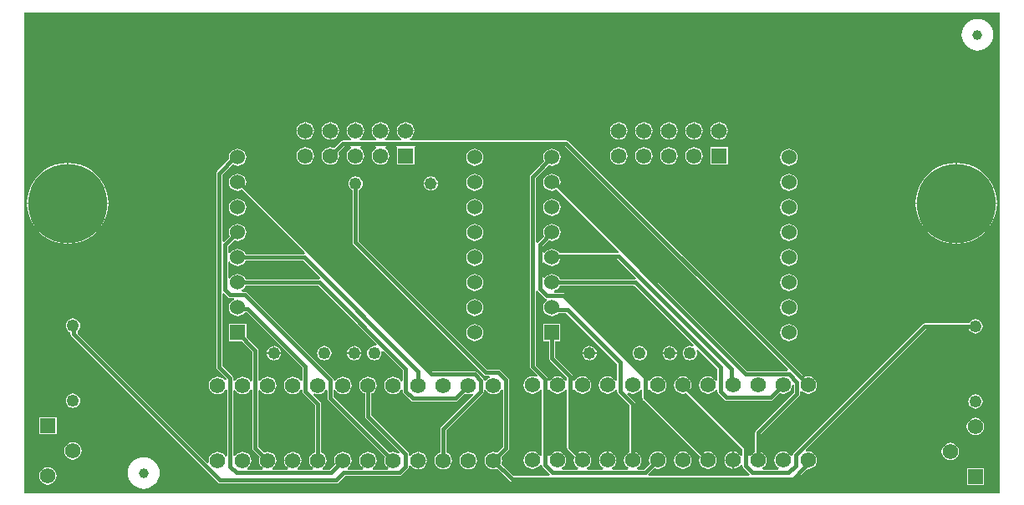
<source format=gbl>
G04*
G04 #@! TF.GenerationSoftware,Altium Limited,Altium Designer,20.0.13 (296)*
G04*
G04 Layer_Physical_Order=4*
G04 Layer_Color=16711680*
%FSLAX25Y25*%
%MOIN*%
G70*
G01*
G75*
%ADD10C,0.01000*%
%ADD21C,0.01500*%
%ADD22C,0.31496*%
%ADD23C,0.03937*%
%ADD24C,0.06000*%
%ADD25R,0.06000X0.06000*%
%ADD26C,0.04921*%
%ADD27C,0.06142*%
%ADD28R,0.06142X0.06142*%
%ADD29R,0.06142X0.06142*%
G36*
X391286Y2415D02*
X2415D01*
Y194436D01*
X391286D01*
Y2415D01*
D02*
G37*
%LPC*%
G36*
X382500Y191730D02*
X381264Y191608D01*
X380075Y191247D01*
X378980Y190662D01*
X378020Y189874D01*
X377232Y188914D01*
X376646Y187818D01*
X376286Y186630D01*
X376164Y185394D01*
X376286Y184158D01*
X376646Y182969D01*
X377232Y181874D01*
X378020Y180913D01*
X378980Y180125D01*
X380075Y179540D01*
X381264Y179179D01*
X382500Y179058D01*
X383736Y179179D01*
X384925Y179540D01*
X386020Y180125D01*
X386980Y180913D01*
X387768Y181874D01*
X388354Y182969D01*
X388714Y184158D01*
X388836Y185394D01*
X388714Y186630D01*
X388354Y187818D01*
X387768Y188914D01*
X386980Y189874D01*
X386020Y190662D01*
X384925Y191247D01*
X383736Y191608D01*
X382500Y191730D01*
D02*
G37*
G36*
X279668Y150522D02*
Y147247D01*
X282943D01*
X282850Y147953D01*
X282500Y148798D01*
X281944Y149523D01*
X281219Y150079D01*
X280375Y150429D01*
X279668Y150522D01*
D02*
G37*
G36*
X279269D02*
X278562Y150429D01*
X277718Y150079D01*
X276993Y149523D01*
X276437Y148798D01*
X276087Y147953D01*
X275994Y147247D01*
X279269D01*
Y150522D01*
D02*
G37*
G36*
X269669D02*
Y147247D01*
X272943D01*
X272850Y147953D01*
X272500Y148798D01*
X271944Y149523D01*
X271219Y150079D01*
X270375Y150429D01*
X269669Y150522D01*
D02*
G37*
G36*
X269268D02*
X268562Y150429D01*
X267718Y150079D01*
X266993Y149523D01*
X266437Y148798D01*
X266087Y147953D01*
X265994Y147247D01*
X269268D01*
Y150522D01*
D02*
G37*
G36*
X259668D02*
Y147247D01*
X262943D01*
X262850Y147953D01*
X262500Y148798D01*
X261944Y149523D01*
X261219Y150079D01*
X260375Y150429D01*
X259668Y150522D01*
D02*
G37*
G36*
X259268D02*
X258562Y150429D01*
X257718Y150079D01*
X256993Y149523D01*
X256437Y148798D01*
X256087Y147953D01*
X255994Y147247D01*
X259268D01*
Y150522D01*
D02*
G37*
G36*
X249669D02*
Y147247D01*
X252943D01*
X252850Y147953D01*
X252500Y148798D01*
X251944Y149523D01*
X251219Y150079D01*
X250375Y150429D01*
X249669Y150522D01*
D02*
G37*
G36*
X249269D02*
X248562Y150429D01*
X247718Y150079D01*
X246993Y149523D01*
X246437Y148798D01*
X246087Y147953D01*
X245994Y147247D01*
X249269D01*
Y150522D01*
D02*
G37*
G36*
X239668D02*
Y147247D01*
X242943D01*
X242850Y147953D01*
X242500Y148798D01*
X241944Y149523D01*
X241219Y150079D01*
X240375Y150429D01*
X239668Y150522D01*
D02*
G37*
G36*
X239268D02*
X238562Y150429D01*
X237718Y150079D01*
X236993Y149523D01*
X236437Y148798D01*
X236087Y147953D01*
X235994Y147247D01*
X239268D01*
Y150522D01*
D02*
G37*
G36*
X154668D02*
Y147247D01*
X157943D01*
X157850Y147953D01*
X157500Y148798D01*
X156944Y149523D01*
X156219Y150079D01*
X155375Y150429D01*
X154668Y150522D01*
D02*
G37*
G36*
X154269D02*
X153562Y150429D01*
X152718Y150079D01*
X151993Y149523D01*
X151437Y148798D01*
X151087Y147953D01*
X150994Y147247D01*
X154269D01*
Y150522D01*
D02*
G37*
G36*
X144668D02*
Y147247D01*
X147943D01*
X147850Y147953D01*
X147500Y148798D01*
X146944Y149523D01*
X146219Y150079D01*
X145375Y150429D01*
X144668Y150522D01*
D02*
G37*
G36*
X144269D02*
X143562Y150429D01*
X142718Y150079D01*
X141993Y149523D01*
X141437Y148798D01*
X141087Y147953D01*
X140994Y147247D01*
X144269D01*
Y150522D01*
D02*
G37*
G36*
X134669D02*
Y147247D01*
X137943D01*
X137850Y147953D01*
X137500Y148798D01*
X136944Y149523D01*
X136219Y150079D01*
X135375Y150429D01*
X134669Y150522D01*
D02*
G37*
G36*
X134268D02*
X133562Y150429D01*
X132718Y150079D01*
X131993Y149523D01*
X131437Y148798D01*
X131087Y147953D01*
X130994Y147247D01*
X134268D01*
Y150522D01*
D02*
G37*
G36*
X124669D02*
Y147247D01*
X127943D01*
X127850Y147953D01*
X127500Y148798D01*
X126944Y149523D01*
X126219Y150079D01*
X125375Y150429D01*
X124669Y150522D01*
D02*
G37*
G36*
X124268D02*
X123562Y150429D01*
X122718Y150079D01*
X121993Y149523D01*
X121437Y148798D01*
X121087Y147953D01*
X120994Y147247D01*
X124268D01*
Y150522D01*
D02*
G37*
G36*
X114669D02*
Y147247D01*
X117943D01*
X117850Y147953D01*
X117500Y148798D01*
X116944Y149523D01*
X116219Y150079D01*
X115375Y150429D01*
X114669Y150522D01*
D02*
G37*
G36*
X114269D02*
X113562Y150429D01*
X112718Y150079D01*
X111993Y149523D01*
X111437Y148798D01*
X111087Y147953D01*
X110994Y147247D01*
X114269D01*
Y150522D01*
D02*
G37*
G36*
X282943Y146847D02*
X279668D01*
Y143573D01*
X280375Y143666D01*
X281219Y144016D01*
X281944Y144572D01*
X282500Y145297D01*
X282850Y146141D01*
X282943Y146847D01*
D02*
G37*
G36*
X279269D02*
X275994D01*
X276087Y146141D01*
X276437Y145297D01*
X276993Y144572D01*
X277718Y144016D01*
X278562Y143666D01*
X279269Y143573D01*
Y146847D01*
D02*
G37*
G36*
X272943D02*
X269669D01*
Y143573D01*
X270375Y143666D01*
X271219Y144016D01*
X271944Y144572D01*
X272500Y145297D01*
X272850Y146141D01*
X272943Y146847D01*
D02*
G37*
G36*
X269268D02*
X265994D01*
X266087Y146141D01*
X266437Y145297D01*
X266993Y144572D01*
X267718Y144016D01*
X268562Y143666D01*
X269268Y143573D01*
Y146847D01*
D02*
G37*
G36*
X262943D02*
X259668D01*
Y143573D01*
X260375Y143666D01*
X261219Y144016D01*
X261944Y144572D01*
X262500Y145297D01*
X262850Y146141D01*
X262943Y146847D01*
D02*
G37*
G36*
X259268D02*
X255994D01*
X256087Y146141D01*
X256437Y145297D01*
X256993Y144572D01*
X257718Y144016D01*
X258562Y143666D01*
X259268Y143573D01*
Y146847D01*
D02*
G37*
G36*
X252943D02*
X249669D01*
Y143573D01*
X250375Y143666D01*
X251219Y144016D01*
X251944Y144572D01*
X252500Y145297D01*
X252850Y146141D01*
X252943Y146847D01*
D02*
G37*
G36*
X249269D02*
X245994D01*
X246087Y146141D01*
X246437Y145297D01*
X246993Y144572D01*
X247718Y144016D01*
X248562Y143666D01*
X249269Y143573D01*
Y146847D01*
D02*
G37*
G36*
X242943D02*
X239668D01*
Y143573D01*
X240375Y143666D01*
X241219Y144016D01*
X241944Y144572D01*
X242500Y145297D01*
X242850Y146141D01*
X242943Y146847D01*
D02*
G37*
G36*
X239268D02*
X235994D01*
X236087Y146141D01*
X236437Y145297D01*
X236993Y144572D01*
X237718Y144016D01*
X238562Y143666D01*
X239268Y143573D01*
Y146847D01*
D02*
G37*
G36*
X127943D02*
X124669D01*
Y143573D01*
X125375Y143666D01*
X126219Y144016D01*
X126944Y144572D01*
X127500Y145297D01*
X127850Y146141D01*
X127943Y146847D01*
D02*
G37*
G36*
X124268D02*
X120994D01*
X121087Y146141D01*
X121437Y145297D01*
X121993Y144572D01*
X122718Y144016D01*
X123562Y143666D01*
X124268Y143573D01*
Y146847D01*
D02*
G37*
G36*
X117943D02*
X114669D01*
Y143573D01*
X115375Y143666D01*
X116219Y144016D01*
X116944Y144572D01*
X117500Y145297D01*
X117850Y146141D01*
X117943Y146847D01*
D02*
G37*
G36*
X114269D02*
X110994D01*
X111087Y146141D01*
X111437Y145297D01*
X111993Y144572D01*
X112718Y144016D01*
X113562Y143666D01*
X114269Y143573D01*
Y146847D01*
D02*
G37*
G36*
X157943D02*
X150994D01*
X151087Y146141D01*
X151437Y145297D01*
X151993Y144572D01*
X152718Y144016D01*
X152852Y143960D01*
X152696Y143173D01*
X146241D01*
X146085Y143960D01*
X146219Y144016D01*
X146944Y144572D01*
X147500Y145297D01*
X147850Y146141D01*
X147943Y146847D01*
X140994D01*
X141087Y146141D01*
X141437Y145297D01*
X141993Y144572D01*
X142718Y144016D01*
X142852Y143960D01*
X142695Y143173D01*
X136241D01*
X136085Y143960D01*
X136219Y144016D01*
X136944Y144572D01*
X137500Y145297D01*
X137850Y146141D01*
X137943Y146847D01*
X130994D01*
X131087Y146141D01*
X131437Y145297D01*
X131993Y144572D01*
X132718Y144016D01*
X132852Y143960D01*
X132695Y143173D01*
X129421D01*
X128973Y143083D01*
X128592Y142829D01*
X125952Y140189D01*
X125375Y140429D01*
X124469Y140548D01*
X123562Y140429D01*
X122718Y140079D01*
X121993Y139523D01*
X121437Y138798D01*
X121087Y137953D01*
X120968Y137047D01*
X121087Y136141D01*
X121437Y135297D01*
X121993Y134572D01*
X122718Y134016D01*
X123562Y133666D01*
X124469Y133546D01*
X125375Y133666D01*
X126219Y134016D01*
X126944Y134572D01*
X127500Y135297D01*
X127850Y136141D01*
X127969Y137047D01*
X127850Y137953D01*
X127611Y138531D01*
X129907Y140828D01*
X132247D01*
X132671Y140124D01*
X132667Y140040D01*
X131993Y139523D01*
X131437Y138798D01*
X131087Y137953D01*
X130968Y137047D01*
X131087Y136141D01*
X131437Y135297D01*
X131993Y134572D01*
X132718Y134016D01*
X133562Y133666D01*
X134468Y133546D01*
X135375Y133666D01*
X136219Y134016D01*
X136944Y134572D01*
X137500Y135297D01*
X137850Y136141D01*
X137969Y137047D01*
X137850Y137953D01*
X137500Y138798D01*
X136944Y139523D01*
X136270Y140040D01*
X136266Y140124D01*
X136690Y140828D01*
X142247D01*
X142671Y140124D01*
X142667Y140040D01*
X141993Y139523D01*
X141437Y138798D01*
X141087Y137953D01*
X140968Y137047D01*
X141087Y136141D01*
X141437Y135297D01*
X141993Y134572D01*
X142718Y134016D01*
X143562Y133666D01*
X144468Y133546D01*
X145375Y133666D01*
X146219Y134016D01*
X146944Y134572D01*
X147500Y135297D01*
X147850Y136141D01*
X147969Y137047D01*
X147850Y137953D01*
X147500Y138798D01*
X146944Y139523D01*
X146270Y140040D01*
X146266Y140124D01*
X146690Y140828D01*
X150338D01*
X150998Y140518D01*
X150998Y140040D01*
Y133576D01*
X157939D01*
Y140040D01*
X157939Y140518D01*
X158599Y140828D01*
X218014D01*
X306959Y51883D01*
X306633Y51095D01*
X290588D01*
X216085Y125599D01*
X216198Y126457D01*
X216081Y127344D01*
X215738Y128171D01*
X215193Y128882D01*
X214483Y129427D01*
X213656Y129769D01*
X212769Y129886D01*
X211881Y129769D01*
X211054Y129427D01*
X210344Y128882D01*
X209799Y128171D01*
X209456Y127344D01*
X209339Y126457D01*
X209456Y125569D01*
X209799Y124742D01*
X210344Y124032D01*
X211054Y123487D01*
X211881Y123144D01*
X212769Y123027D01*
X213656Y123144D01*
X214483Y123487D01*
X214708Y123659D01*
X239429Y98938D01*
X239402Y98759D01*
X239081Y98172D01*
X215738D01*
X215193Y98882D01*
X214483Y99427D01*
X213656Y99769D01*
X212769Y99886D01*
X211881Y99769D01*
X211054Y99427D01*
X210344Y98882D01*
X209842Y98228D01*
X209756Y98226D01*
X209055Y98696D01*
Y101085D01*
X211339Y103369D01*
X211881Y103144D01*
X212769Y103027D01*
X213656Y103144D01*
X214483Y103487D01*
X215193Y104032D01*
X215738Y104742D01*
X216081Y105569D01*
X216198Y106457D01*
X216081Y107344D01*
X215738Y108171D01*
X215193Y108882D01*
X214483Y109427D01*
X213656Y109769D01*
X212769Y109886D01*
X211881Y109769D01*
X211054Y109427D01*
X210344Y108882D01*
X209799Y108171D01*
X209456Y107344D01*
X209339Y106457D01*
X209456Y105569D01*
X209681Y105027D01*
X207053Y102399D01*
X207000Y102321D01*
X206213Y102559D01*
Y128243D01*
X211339Y133369D01*
X211881Y133144D01*
X212769Y133027D01*
X213656Y133144D01*
X214483Y133487D01*
X215193Y134032D01*
X215738Y134742D01*
X216081Y135569D01*
X216198Y136457D01*
X216081Y137344D01*
X215738Y138171D01*
X215193Y138882D01*
X214483Y139427D01*
X213656Y139769D01*
X212769Y139886D01*
X211881Y139769D01*
X211054Y139427D01*
X210344Y138882D01*
X209799Y138171D01*
X209456Y137344D01*
X209339Y136457D01*
X209456Y135569D01*
X209681Y135027D01*
X204211Y129558D01*
X203957Y129177D01*
X203868Y128729D01*
Y52960D01*
X203957Y52511D01*
X204211Y52131D01*
X207169Y49173D01*
X206750Y48532D01*
X205906Y48882D01*
X205000Y49001D01*
X204094Y48882D01*
X203250Y48532D01*
X202524Y47976D01*
X201968Y47250D01*
X201619Y46406D01*
X201499Y45500D01*
X201619Y44594D01*
X201968Y43750D01*
X202524Y43025D01*
X203250Y42468D01*
X204094Y42118D01*
X205000Y41999D01*
X205906Y42118D01*
X206750Y42468D01*
X207475Y43025D01*
X208032Y43750D01*
X208040Y43770D01*
X208827Y43613D01*
Y17387D01*
X208040Y17230D01*
X208032Y17250D01*
X207475Y17976D01*
X206750Y18532D01*
X205906Y18881D01*
X205000Y19001D01*
X204094Y18881D01*
X203250Y18532D01*
X202524Y17976D01*
X201968Y17250D01*
X201619Y16406D01*
X201499Y15500D01*
X201619Y14594D01*
X201968Y13750D01*
X202524Y13025D01*
X203250Y12468D01*
X204094Y12118D01*
X205000Y11999D01*
X205906Y12118D01*
X206750Y12468D01*
X207475Y13025D01*
X208032Y13750D01*
X208040Y13770D01*
X208827Y13613D01*
Y13500D01*
X208917Y13051D01*
X209171Y12671D01*
X211882Y9960D01*
X211556Y9172D01*
X197348D01*
X192611Y13910D01*
X192850Y14488D01*
X192969Y15394D01*
X192850Y16300D01*
X192611Y16878D01*
X195329Y19596D01*
X195583Y19976D01*
X195673Y20425D01*
Y47500D01*
X195583Y47949D01*
X195329Y48329D01*
X192329Y51329D01*
X191949Y51583D01*
X191500Y51673D01*
X186986D01*
X135641Y103017D01*
Y123374D01*
X135911Y123486D01*
X136509Y123944D01*
X136967Y124542D01*
X137256Y125238D01*
X137354Y125984D01*
X137256Y126731D01*
X136967Y127427D01*
X136509Y128024D01*
X135911Y128483D01*
X135215Y128771D01*
X134468Y128870D01*
X133722Y128771D01*
X133026Y128483D01*
X132428Y128024D01*
X131970Y127427D01*
X131682Y126731D01*
X131583Y125984D01*
X131682Y125238D01*
X131970Y124542D01*
X132428Y123944D01*
X133026Y123486D01*
X133296Y123374D01*
Y102532D01*
X133385Y102083D01*
X133639Y101702D01*
X185671Y49671D01*
X186051Y49417D01*
X186500Y49327D01*
X187838D01*
X187995Y48540D01*
X187718Y48425D01*
X186993Y47869D01*
X186437Y47144D01*
X186395Y47043D01*
X185608Y47200D01*
Y47415D01*
X185518Y47864D01*
X185264Y48245D01*
X182761Y50748D01*
X182381Y51002D01*
X181932Y51091D01*
X165067D01*
X90725Y125433D01*
X90781Y125569D01*
X90898Y126457D01*
X90781Y127344D01*
X90438Y128171D01*
X89893Y128882D01*
X89183Y129427D01*
X88356Y129769D01*
X87468Y129886D01*
X86581Y129769D01*
X85754Y129427D01*
X85044Y128882D01*
X84499Y128171D01*
X84156Y127344D01*
X84039Y126457D01*
X84156Y125569D01*
X84499Y124742D01*
X85044Y124032D01*
X85754Y123487D01*
X86581Y123144D01*
X87468Y123027D01*
X88356Y123144D01*
X89183Y123487D01*
X89280Y123561D01*
X114501Y98341D01*
X114113Y97615D01*
X114043Y97629D01*
X90663D01*
X90438Y98171D01*
X89893Y98882D01*
X89183Y99427D01*
X88356Y99769D01*
X87468Y99886D01*
X86581Y99769D01*
X85754Y99427D01*
X85044Y98882D01*
X84499Y98171D01*
X84471Y98106D01*
X83684Y98263D01*
Y101014D01*
X86039Y103369D01*
X86581Y103144D01*
X87468Y103027D01*
X88356Y103144D01*
X89183Y103487D01*
X89893Y104032D01*
X90438Y104742D01*
X90781Y105569D01*
X90898Y106457D01*
X90781Y107344D01*
X90438Y108171D01*
X89893Y108882D01*
X89183Y109427D01*
X88356Y109769D01*
X87468Y109886D01*
X86581Y109769D01*
X85754Y109427D01*
X85044Y108882D01*
X84499Y108171D01*
X84156Y107344D01*
X84039Y106457D01*
X84156Y105569D01*
X84381Y105027D01*
X82007Y102654D01*
X81220Y102980D01*
Y129562D01*
X85409Y133751D01*
X85754Y133487D01*
X86581Y133144D01*
X87468Y133027D01*
X88356Y133144D01*
X89183Y133487D01*
X89893Y134032D01*
X90438Y134742D01*
X90781Y135569D01*
X90898Y136457D01*
X90781Y137344D01*
X90438Y138171D01*
X89893Y138882D01*
X89183Y139427D01*
X88356Y139769D01*
X87468Y139886D01*
X86581Y139769D01*
X85754Y139427D01*
X85044Y138882D01*
X84499Y138171D01*
X84156Y137344D01*
X84039Y136457D01*
X84127Y135786D01*
X79218Y130876D01*
X78964Y130496D01*
X78875Y130047D01*
Y52730D01*
X78964Y52281D01*
X79218Y51901D01*
X83147Y47972D01*
X83093Y47665D01*
X82257Y47461D01*
X81944Y47869D01*
X81219Y48425D01*
X80375Y48775D01*
X79469Y48895D01*
X78562Y48775D01*
X77718Y48425D01*
X76993Y47869D01*
X76437Y47144D01*
X76087Y46300D01*
X75968Y45394D01*
X76087Y44488D01*
X76437Y43643D01*
X76993Y42918D01*
X77718Y42362D01*
X78562Y42012D01*
X79469Y41893D01*
X80375Y42012D01*
X81219Y42362D01*
X81944Y42918D01*
X82500Y43643D01*
X82540Y43739D01*
X83328Y43583D01*
Y17205D01*
X82540Y17048D01*
X82500Y17144D01*
X81944Y17869D01*
X81219Y18426D01*
X80375Y18775D01*
X79469Y18894D01*
X78562Y18775D01*
X77718Y18426D01*
X76993Y17869D01*
X76437Y17144D01*
X76087Y16300D01*
X75968Y15394D01*
X76057Y14715D01*
X75351Y14307D01*
X23554Y66104D01*
X23545Y66121D01*
X23610Y67092D01*
X23792Y67231D01*
X24251Y67829D01*
X24539Y68525D01*
X24637Y69272D01*
X24539Y70018D01*
X24251Y70714D01*
X23792Y71312D01*
X23195Y71770D01*
X22499Y72059D01*
X21752Y72157D01*
X21005Y72059D01*
X20309Y71770D01*
X19712Y71312D01*
X19253Y70714D01*
X18965Y70018D01*
X18867Y69272D01*
X18965Y68525D01*
X19253Y67829D01*
X19712Y67231D01*
X20309Y66773D01*
X20828Y66558D01*
Y66000D01*
X20917Y65551D01*
X21171Y65171D01*
X79671Y6671D01*
X80051Y6417D01*
X80500Y6328D01*
X126750D01*
X127199Y6417D01*
X127579Y6671D01*
X130236Y9328D01*
X152000D01*
X152449Y9417D01*
X152829Y9671D01*
X155329Y12171D01*
X155583Y12551D01*
X155673Y13000D01*
Y13385D01*
X156381Y13620D01*
X156460Y13613D01*
X156993Y12918D01*
X157718Y12362D01*
X158562Y12012D01*
X159268Y11919D01*
Y15394D01*
Y18868D01*
X158562Y18775D01*
X157718Y18426D01*
X156993Y17869D01*
X156460Y17174D01*
X156381Y17167D01*
X155673Y17403D01*
Y18000D01*
X155583Y18449D01*
X155329Y18829D01*
X140641Y33517D01*
Y42123D01*
X141219Y42362D01*
X141944Y42918D01*
X142500Y43643D01*
X142850Y44488D01*
X142969Y45394D01*
X142850Y46300D01*
X142500Y47144D01*
X141944Y47869D01*
X141219Y48425D01*
X140375Y48775D01*
X139469Y48895D01*
X138562Y48775D01*
X137718Y48425D01*
X136993Y47869D01*
X136437Y47144D01*
X136087Y46300D01*
X135968Y45394D01*
X136087Y44488D01*
X136437Y43643D01*
X136993Y42918D01*
X137718Y42362D01*
X138296Y42123D01*
Y33031D01*
X138385Y32583D01*
X138639Y32202D01*
X152100Y18742D01*
X151579Y18149D01*
X151219Y18426D01*
X150375Y18775D01*
X149469Y18894D01*
X148562Y18775D01*
X147985Y18536D01*
X125614Y40906D01*
Y43571D01*
X126402Y43728D01*
X126437Y43643D01*
X126993Y42918D01*
X127718Y42362D01*
X128562Y42012D01*
X129469Y41893D01*
X130375Y42012D01*
X131219Y42362D01*
X131944Y42918D01*
X132500Y43643D01*
X132850Y44488D01*
X132969Y45394D01*
X132850Y46300D01*
X132500Y47144D01*
X131944Y47869D01*
X131219Y48425D01*
X130375Y48775D01*
X129469Y48895D01*
X128562Y48775D01*
X127718Y48425D01*
X126993Y47869D01*
X126437Y47144D01*
X126402Y47060D01*
X125614Y47216D01*
Y47572D01*
X125525Y48021D01*
X125271Y48401D01*
X91343Y82329D01*
X90963Y82583D01*
X90514Y82673D01*
X89275D01*
X89118Y83460D01*
X89183Y83487D01*
X89893Y84032D01*
X90438Y84742D01*
X90663Y85284D01*
X119558D01*
X143004Y61838D01*
X142728Y61114D01*
X142667Y61061D01*
X141969Y61153D01*
X141222Y61055D01*
X140526Y60767D01*
X139928Y60308D01*
X139470Y59710D01*
X139181Y59014D01*
X139083Y58268D01*
X139181Y57521D01*
X139470Y56825D01*
X139928Y56227D01*
X140526Y55769D01*
X141222Y55481D01*
X141969Y55382D01*
X142715Y55481D01*
X143411Y55769D01*
X144009Y56227D01*
X144467Y56825D01*
X144755Y57521D01*
X144854Y58268D01*
X144762Y58966D01*
X144815Y59028D01*
X145538Y59303D01*
X153328Y51514D01*
Y47205D01*
X152540Y47048D01*
X152500Y47144D01*
X151944Y47869D01*
X151219Y48425D01*
X150375Y48775D01*
X149469Y48895D01*
X148562Y48775D01*
X147718Y48425D01*
X146993Y47869D01*
X146437Y47144D01*
X146087Y46300D01*
X145968Y45394D01*
X146087Y44488D01*
X146437Y43643D01*
X146993Y42918D01*
X147718Y42362D01*
X148562Y42012D01*
X149469Y41893D01*
X150375Y42012D01*
X151219Y42362D01*
X151944Y42918D01*
X152500Y43643D01*
X152540Y43739D01*
X153328Y43583D01*
Y43000D01*
X153417Y42551D01*
X153671Y42171D01*
X156505Y39336D01*
X156886Y39082D01*
X157334Y38993D01*
X174240D01*
X174689Y39082D01*
X175069Y39336D01*
X177984Y42252D01*
X178562Y42012D01*
X179469Y41893D01*
X180375Y42012D01*
X180872Y42218D01*
X181318Y41551D01*
X168639Y28872D01*
X168385Y28492D01*
X168296Y28043D01*
Y18665D01*
X167718Y18426D01*
X166993Y17869D01*
X166437Y17144D01*
X166087Y16300D01*
X165968Y15394D01*
X166087Y14488D01*
X166437Y13643D01*
X166993Y12918D01*
X167718Y12362D01*
X168562Y12012D01*
X169468Y11893D01*
X170375Y12012D01*
X171219Y12362D01*
X171944Y12918D01*
X172500Y13643D01*
X172850Y14488D01*
X172969Y15394D01*
X172850Y16300D01*
X172500Y17144D01*
X171944Y17869D01*
X171219Y18426D01*
X170641Y18665D01*
Y27557D01*
X185264Y42180D01*
X185518Y42561D01*
X185608Y43009D01*
Y43587D01*
X186395Y43744D01*
X186437Y43643D01*
X186993Y42918D01*
X187718Y42362D01*
X188562Y42012D01*
X189469Y41893D01*
X190375Y42012D01*
X191219Y42362D01*
X191944Y42918D01*
X192500Y43643D01*
X192540Y43739D01*
X193327Y43583D01*
Y20911D01*
X190952Y18536D01*
X190375Y18775D01*
X189469Y18894D01*
X188562Y18775D01*
X187718Y18426D01*
X186993Y17869D01*
X186437Y17144D01*
X186087Y16300D01*
X185968Y15394D01*
X186087Y14488D01*
X186437Y13643D01*
X186993Y12918D01*
X187718Y12362D01*
X188562Y12012D01*
X189469Y11893D01*
X190375Y12012D01*
X190953Y12252D01*
X196033Y7171D01*
X196414Y6917D01*
X196862Y6827D01*
X308974D01*
X309423Y6917D01*
X309804Y7171D01*
X314304Y11671D01*
X314558Y12052D01*
X314559Y12057D01*
X315000Y11999D01*
X315906Y12118D01*
X316750Y12468D01*
X317476Y13025D01*
X318032Y13750D01*
X318382Y14594D01*
X318501Y15500D01*
X318382Y16406D01*
X318032Y17250D01*
X317476Y17976D01*
X316750Y18532D01*
X315906Y18881D01*
X315000Y19001D01*
X314162Y18891D01*
X314100Y18949D01*
X313925Y19767D01*
X361942Y67784D01*
X379056D01*
X379167Y67514D01*
X379626Y66917D01*
X380223Y66458D01*
X380919Y66170D01*
X381666Y66071D01*
X382413Y66170D01*
X383109Y66458D01*
X383706Y66917D01*
X384165Y67514D01*
X384453Y68210D01*
X384552Y68957D01*
X384453Y69703D01*
X384165Y70399D01*
X383706Y70997D01*
X383109Y71455D01*
X382413Y71744D01*
X381666Y71842D01*
X380919Y71744D01*
X380223Y71455D01*
X379626Y70997D01*
X379167Y70399D01*
X379056Y70129D01*
X361457D01*
X361008Y70040D01*
X360628Y69786D01*
X309171Y18329D01*
X308917Y17949D01*
X308827Y17500D01*
Y17387D01*
X308040Y17230D01*
X308032Y17250D01*
X307475Y17976D01*
X306750Y18532D01*
X305906Y18881D01*
X305000Y19001D01*
X304094Y18881D01*
X303250Y18532D01*
X302524Y17976D01*
X301968Y17250D01*
X301619Y16406D01*
X301499Y15500D01*
X301619Y14594D01*
X301968Y13750D01*
X302524Y13025D01*
X303250Y12468D01*
X303270Y12460D01*
X303113Y11672D01*
X296887D01*
X296730Y12460D01*
X296750Y12468D01*
X297476Y13025D01*
X298032Y13750D01*
X298381Y14594D01*
X298501Y15500D01*
X298381Y16406D01*
X298032Y17250D01*
X297476Y17976D01*
X296750Y18532D01*
X296172Y18771D01*
Y26014D01*
X311329Y41171D01*
X311583Y41551D01*
X311672Y42000D01*
Y42842D01*
X312460Y43109D01*
X312525Y43025D01*
X313250Y42468D01*
X314094Y42118D01*
X315000Y41999D01*
X315906Y42118D01*
X316750Y42468D01*
X317476Y43025D01*
X318032Y43750D01*
X318382Y44594D01*
X318501Y45500D01*
X318382Y46406D01*
X318032Y47250D01*
X317476Y47976D01*
X316750Y48532D01*
X315906Y48882D01*
X315000Y49001D01*
X314094Y48882D01*
X313516Y48642D01*
X219329Y142829D01*
X218949Y143083D01*
X218500Y143173D01*
X156242D01*
X156085Y143960D01*
X156219Y144016D01*
X156944Y144572D01*
X157500Y145297D01*
X157850Y146141D01*
X157943Y146847D01*
D02*
G37*
G36*
X282939Y140518D02*
X275998D01*
Y133576D01*
X282939D01*
Y140518D01*
D02*
G37*
G36*
X269468Y140548D02*
X268562Y140429D01*
X267718Y140079D01*
X266993Y139523D01*
X266437Y138798D01*
X266087Y137953D01*
X265968Y137047D01*
X266087Y136141D01*
X266437Y135297D01*
X266993Y134572D01*
X267718Y134016D01*
X268562Y133666D01*
X269468Y133546D01*
X270375Y133666D01*
X271219Y134016D01*
X271944Y134572D01*
X272500Y135297D01*
X272850Y136141D01*
X272969Y137047D01*
X272850Y137953D01*
X272500Y138798D01*
X271944Y139523D01*
X271219Y140079D01*
X270375Y140429D01*
X269468Y140548D01*
D02*
G37*
G36*
X259469D02*
X258562Y140429D01*
X257718Y140079D01*
X256993Y139523D01*
X256437Y138798D01*
X256087Y137953D01*
X255968Y137047D01*
X256087Y136141D01*
X256437Y135297D01*
X256993Y134572D01*
X257718Y134016D01*
X258562Y133666D01*
X259469Y133546D01*
X260375Y133666D01*
X261219Y134016D01*
X261944Y134572D01*
X262500Y135297D01*
X262850Y136141D01*
X262969Y137047D01*
X262850Y137953D01*
X262500Y138798D01*
X261944Y139523D01*
X261219Y140079D01*
X260375Y140429D01*
X259469Y140548D01*
D02*
G37*
G36*
X249468D02*
X248562Y140429D01*
X247718Y140079D01*
X246993Y139523D01*
X246437Y138798D01*
X246087Y137953D01*
X245968Y137047D01*
X246087Y136141D01*
X246437Y135297D01*
X246993Y134572D01*
X247718Y134016D01*
X248562Y133666D01*
X249468Y133546D01*
X250375Y133666D01*
X251219Y134016D01*
X251944Y134572D01*
X252500Y135297D01*
X252850Y136141D01*
X252969Y137047D01*
X252850Y137953D01*
X252500Y138798D01*
X251944Y139523D01*
X251219Y140079D01*
X250375Y140429D01*
X249468Y140548D01*
D02*
G37*
G36*
X239469D02*
X238562Y140429D01*
X237718Y140079D01*
X236993Y139523D01*
X236437Y138798D01*
X236087Y137953D01*
X235968Y137047D01*
X236087Y136141D01*
X236437Y135297D01*
X236993Y134572D01*
X237718Y134016D01*
X238562Y133666D01*
X239469Y133546D01*
X240375Y133666D01*
X241219Y134016D01*
X241944Y134572D01*
X242500Y135297D01*
X242850Y136141D01*
X242969Y137047D01*
X242850Y137953D01*
X242500Y138798D01*
X241944Y139523D01*
X241219Y140079D01*
X240375Y140429D01*
X239469Y140548D01*
D02*
G37*
G36*
X114469D02*
X113562Y140429D01*
X112718Y140079D01*
X111993Y139523D01*
X111437Y138798D01*
X111087Y137953D01*
X110968Y137047D01*
X111087Y136141D01*
X111437Y135297D01*
X111993Y134572D01*
X112718Y134016D01*
X113562Y133666D01*
X114469Y133546D01*
X115375Y133666D01*
X116219Y134016D01*
X116944Y134572D01*
X117500Y135297D01*
X117850Y136141D01*
X117969Y137047D01*
X117850Y137953D01*
X117500Y138798D01*
X116944Y139523D01*
X116219Y140079D01*
X115375Y140429D01*
X114469Y140548D01*
D02*
G37*
G36*
X307269Y139886D02*
X306381Y139769D01*
X305554Y139427D01*
X304844Y138882D01*
X304299Y138171D01*
X303956Y137344D01*
X303839Y136457D01*
X303956Y135569D01*
X304299Y134742D01*
X304844Y134032D01*
X305554Y133487D01*
X306381Y133144D01*
X307269Y133027D01*
X308156Y133144D01*
X308983Y133487D01*
X309693Y134032D01*
X310238Y134742D01*
X310581Y135569D01*
X310698Y136457D01*
X310581Y137344D01*
X310238Y138171D01*
X309693Y138882D01*
X308983Y139427D01*
X308156Y139769D01*
X307269Y139886D01*
D02*
G37*
G36*
X181968D02*
X181081Y139769D01*
X180254Y139427D01*
X179544Y138882D01*
X178999Y138171D01*
X178656Y137344D01*
X178539Y136457D01*
X178656Y135569D01*
X178999Y134742D01*
X179544Y134032D01*
X180254Y133487D01*
X181081Y133144D01*
X181968Y133027D01*
X182856Y133144D01*
X183683Y133487D01*
X184393Y134032D01*
X184938Y134742D01*
X185281Y135569D01*
X185398Y136457D01*
X185281Y137344D01*
X184938Y138171D01*
X184393Y138882D01*
X183683Y139427D01*
X182856Y139769D01*
X181968Y139886D01*
D02*
G37*
G36*
X164669Y128843D02*
Y126184D01*
X167327D01*
X167255Y126731D01*
X166967Y127427D01*
X166509Y128024D01*
X165911Y128483D01*
X165215Y128771D01*
X164669Y128843D01*
D02*
G37*
G36*
X164269D02*
X163722Y128771D01*
X163026Y128483D01*
X162428Y128024D01*
X161970Y127427D01*
X161681Y126731D01*
X161609Y126184D01*
X164269D01*
Y128843D01*
D02*
G37*
G36*
X167327Y125784D02*
X164669D01*
Y123125D01*
X165215Y123197D01*
X165911Y123486D01*
X166509Y123944D01*
X166967Y124542D01*
X167255Y125238D01*
X167327Y125784D01*
D02*
G37*
G36*
X164269D02*
X161609D01*
X161681Y125238D01*
X161970Y124542D01*
X162428Y123944D01*
X163026Y123486D01*
X163722Y123197D01*
X164269Y123125D01*
Y125784D01*
D02*
G37*
G36*
X307269Y129886D02*
X306381Y129769D01*
X305554Y129427D01*
X304844Y128882D01*
X304299Y128171D01*
X303956Y127344D01*
X303839Y126457D01*
X303956Y125569D01*
X304299Y124742D01*
X304844Y124032D01*
X305554Y123487D01*
X306381Y123144D01*
X307269Y123027D01*
X308156Y123144D01*
X308983Y123487D01*
X309693Y124032D01*
X310238Y124742D01*
X310581Y125569D01*
X310698Y126457D01*
X310581Y127344D01*
X310238Y128171D01*
X309693Y128882D01*
X308983Y129427D01*
X308156Y129769D01*
X307269Y129886D01*
D02*
G37*
G36*
X181968D02*
X181081Y129769D01*
X180254Y129427D01*
X179544Y128882D01*
X178999Y128171D01*
X178656Y127344D01*
X178539Y126457D01*
X178656Y125569D01*
X178999Y124742D01*
X179544Y124032D01*
X180254Y123487D01*
X181081Y123144D01*
X181968Y123027D01*
X182856Y123144D01*
X183683Y123487D01*
X184393Y124032D01*
X184938Y124742D01*
X185281Y125569D01*
X185398Y126457D01*
X185281Y127344D01*
X184938Y128171D01*
X184393Y128882D01*
X183683Y129427D01*
X182856Y129769D01*
X181968Y129886D01*
D02*
G37*
G36*
X374216Y134292D02*
Y118310D01*
X390198D01*
X390014Y120644D01*
X389421Y123116D01*
X388448Y125464D01*
X387120Y127631D01*
X385469Y129564D01*
X383537Y131215D01*
X381369Y132543D01*
X379021Y133515D01*
X376550Y134109D01*
X374216Y134292D01*
D02*
G37*
G36*
X373816D02*
X371482Y134109D01*
X369010Y133515D01*
X366662Y132543D01*
X364495Y131215D01*
X362562Y129564D01*
X360911Y127631D01*
X359583Y125464D01*
X358611Y123116D01*
X358017Y120644D01*
X357834Y118310D01*
X373816D01*
Y134292D01*
D02*
G37*
G36*
X19885D02*
Y118310D01*
X35867D01*
X35684Y120644D01*
X35090Y123116D01*
X34117Y125464D01*
X32789Y127631D01*
X31139Y129564D01*
X29206Y131215D01*
X27039Y132543D01*
X24690Y133515D01*
X22219Y134109D01*
X19885Y134292D01*
D02*
G37*
G36*
X19485D02*
X17151Y134109D01*
X14680Y133515D01*
X12331Y132543D01*
X10164Y131215D01*
X8231Y129564D01*
X6581Y127631D01*
X5253Y125464D01*
X4280Y123116D01*
X3686Y120644D01*
X3503Y118310D01*
X19485D01*
Y134292D01*
D02*
G37*
G36*
X307269Y119886D02*
X306381Y119769D01*
X305554Y119427D01*
X304844Y118882D01*
X304299Y118171D01*
X303956Y117344D01*
X303839Y116457D01*
X303956Y115569D01*
X304299Y114742D01*
X304844Y114032D01*
X305554Y113487D01*
X306381Y113144D01*
X307269Y113027D01*
X308156Y113144D01*
X308983Y113487D01*
X309693Y114032D01*
X310238Y114742D01*
X310581Y115569D01*
X310698Y116457D01*
X310581Y117344D01*
X310238Y118171D01*
X309693Y118882D01*
X308983Y119427D01*
X308156Y119769D01*
X307269Y119886D01*
D02*
G37*
G36*
X212769D02*
X211881Y119769D01*
X211054Y119427D01*
X210344Y118882D01*
X209799Y118171D01*
X209456Y117344D01*
X209339Y116457D01*
X209456Y115569D01*
X209799Y114742D01*
X210344Y114032D01*
X211054Y113487D01*
X211881Y113144D01*
X212769Y113027D01*
X213656Y113144D01*
X214483Y113487D01*
X215193Y114032D01*
X215738Y114742D01*
X216081Y115569D01*
X216198Y116457D01*
X216081Y117344D01*
X215738Y118171D01*
X215193Y118882D01*
X214483Y119427D01*
X213656Y119769D01*
X212769Y119886D01*
D02*
G37*
G36*
X181968D02*
X181081Y119769D01*
X180254Y119427D01*
X179544Y118882D01*
X178999Y118171D01*
X178656Y117344D01*
X178539Y116457D01*
X178656Y115569D01*
X178999Y114742D01*
X179544Y114032D01*
X180254Y113487D01*
X181081Y113144D01*
X181968Y113027D01*
X182856Y113144D01*
X183683Y113487D01*
X184393Y114032D01*
X184938Y114742D01*
X185281Y115569D01*
X185398Y116457D01*
X185281Y117344D01*
X184938Y118171D01*
X184393Y118882D01*
X183683Y119427D01*
X182856Y119769D01*
X181968Y119886D01*
D02*
G37*
G36*
X87468D02*
X86581Y119769D01*
X85754Y119427D01*
X85044Y118882D01*
X84499Y118171D01*
X84156Y117344D01*
X84039Y116457D01*
X84156Y115569D01*
X84499Y114742D01*
X85044Y114032D01*
X85754Y113487D01*
X86581Y113144D01*
X87468Y113027D01*
X88356Y113144D01*
X89183Y113487D01*
X89893Y114032D01*
X90438Y114742D01*
X90781Y115569D01*
X90898Y116457D01*
X90781Y117344D01*
X90438Y118171D01*
X89893Y118882D01*
X89183Y119427D01*
X88356Y119769D01*
X87468Y119886D01*
D02*
G37*
G36*
X307269Y109886D02*
X306381Y109769D01*
X305554Y109427D01*
X304844Y108882D01*
X304299Y108171D01*
X303956Y107344D01*
X303839Y106457D01*
X303956Y105569D01*
X304299Y104742D01*
X304844Y104032D01*
X305554Y103487D01*
X306381Y103144D01*
X307269Y103027D01*
X308156Y103144D01*
X308983Y103487D01*
X309693Y104032D01*
X310238Y104742D01*
X310581Y105569D01*
X310698Y106457D01*
X310581Y107344D01*
X310238Y108171D01*
X309693Y108882D01*
X308983Y109427D01*
X308156Y109769D01*
X307269Y109886D01*
D02*
G37*
G36*
X181968D02*
X181081Y109769D01*
X180254Y109427D01*
X179544Y108882D01*
X178999Y108171D01*
X178656Y107344D01*
X178539Y106457D01*
X178656Y105569D01*
X178999Y104742D01*
X179544Y104032D01*
X180254Y103487D01*
X181081Y103144D01*
X181968Y103027D01*
X182856Y103144D01*
X183683Y103487D01*
X184393Y104032D01*
X184938Y104742D01*
X185281Y105569D01*
X185398Y106457D01*
X185281Y107344D01*
X184938Y108171D01*
X184393Y108882D01*
X183683Y109427D01*
X182856Y109769D01*
X181968Y109886D01*
D02*
G37*
G36*
X390198Y117910D02*
X374216D01*
Y101928D01*
X376550Y102112D01*
X379021Y102705D01*
X381369Y103678D01*
X383537Y105006D01*
X385469Y106657D01*
X387120Y108589D01*
X388448Y110757D01*
X389421Y113105D01*
X390014Y115576D01*
X390198Y117910D01*
D02*
G37*
G36*
X373816D02*
X357834D01*
X358017Y115576D01*
X358611Y113105D01*
X359583Y110757D01*
X360911Y108589D01*
X362562Y106657D01*
X364495Y105006D01*
X366662Y103678D01*
X369010Y102705D01*
X371482Y102112D01*
X373816Y101928D01*
Y117910D01*
D02*
G37*
G36*
X35867D02*
X19885D01*
Y101928D01*
X22219Y102112D01*
X24690Y102705D01*
X27039Y103678D01*
X29206Y105006D01*
X31139Y106657D01*
X32789Y108589D01*
X34117Y110757D01*
X35090Y113105D01*
X35684Y115576D01*
X35867Y117910D01*
D02*
G37*
G36*
X19485D02*
X3503D01*
X3686Y115576D01*
X4280Y113105D01*
X5253Y110757D01*
X6581Y108589D01*
X8231Y106657D01*
X10164Y105006D01*
X12331Y103678D01*
X14680Y102705D01*
X17151Y102112D01*
X19485Y101928D01*
Y117910D01*
D02*
G37*
G36*
X307269Y99886D02*
X306381Y99769D01*
X305554Y99427D01*
X304844Y98882D01*
X304299Y98171D01*
X303956Y97344D01*
X303839Y96457D01*
X303956Y95569D01*
X304299Y94742D01*
X304844Y94032D01*
X305554Y93487D01*
X306381Y93144D01*
X307269Y93027D01*
X308156Y93144D01*
X308983Y93487D01*
X309693Y94032D01*
X310238Y94742D01*
X310581Y95569D01*
X310698Y96457D01*
X310581Y97344D01*
X310238Y98171D01*
X309693Y98882D01*
X308983Y99427D01*
X308156Y99769D01*
X307269Y99886D01*
D02*
G37*
G36*
X181968D02*
X181081Y99769D01*
X180254Y99427D01*
X179544Y98882D01*
X178999Y98171D01*
X178656Y97344D01*
X178539Y96457D01*
X178656Y95569D01*
X178999Y94742D01*
X179544Y94032D01*
X180254Y93487D01*
X181081Y93144D01*
X181968Y93027D01*
X182856Y93144D01*
X183683Y93487D01*
X184393Y94032D01*
X184938Y94742D01*
X185281Y95569D01*
X185398Y96457D01*
X185281Y97344D01*
X184938Y98171D01*
X184393Y98882D01*
X183683Y99427D01*
X182856Y99769D01*
X181968Y99886D01*
D02*
G37*
G36*
X307269Y89886D02*
X306381Y89769D01*
X305554Y89427D01*
X304844Y88882D01*
X304299Y88171D01*
X303956Y87344D01*
X303839Y86457D01*
X303956Y85569D01*
X304299Y84742D01*
X304844Y84032D01*
X305554Y83487D01*
X306381Y83144D01*
X307269Y83027D01*
X308156Y83144D01*
X308983Y83487D01*
X309693Y84032D01*
X310238Y84742D01*
X310581Y85569D01*
X310698Y86457D01*
X310581Y87344D01*
X310238Y88171D01*
X309693Y88882D01*
X308983Y89427D01*
X308156Y89769D01*
X307269Y89886D01*
D02*
G37*
G36*
X181968D02*
X181081Y89769D01*
X180254Y89427D01*
X179544Y88882D01*
X178999Y88171D01*
X178656Y87344D01*
X178539Y86457D01*
X178656Y85569D01*
X178999Y84742D01*
X179544Y84032D01*
X180254Y83487D01*
X181081Y83144D01*
X181968Y83027D01*
X182856Y83144D01*
X183683Y83487D01*
X184393Y84032D01*
X184938Y84742D01*
X185281Y85569D01*
X185398Y86457D01*
X185281Y87344D01*
X184938Y88171D01*
X184393Y88882D01*
X183683Y89427D01*
X182856Y89769D01*
X181968Y89886D01*
D02*
G37*
G36*
X307269Y79886D02*
X306381Y79769D01*
X305554Y79427D01*
X304844Y78882D01*
X304299Y78171D01*
X303956Y77344D01*
X303839Y76457D01*
X303956Y75569D01*
X304299Y74742D01*
X304844Y74032D01*
X305554Y73487D01*
X306381Y73144D01*
X307269Y73027D01*
X308156Y73144D01*
X308983Y73487D01*
X309693Y74032D01*
X310238Y74742D01*
X310581Y75569D01*
X310698Y76457D01*
X310581Y77344D01*
X310238Y78171D01*
X309693Y78882D01*
X308983Y79427D01*
X308156Y79769D01*
X307269Y79886D01*
D02*
G37*
G36*
X181968D02*
X181081Y79769D01*
X180254Y79427D01*
X179544Y78882D01*
X178999Y78171D01*
X178656Y77344D01*
X178539Y76457D01*
X178656Y75569D01*
X178999Y74742D01*
X179544Y74032D01*
X180254Y73487D01*
X181081Y73144D01*
X181968Y73027D01*
X182856Y73144D01*
X183683Y73487D01*
X184393Y74032D01*
X184938Y74742D01*
X185281Y75569D01*
X185398Y76457D01*
X185281Y77344D01*
X184938Y78171D01*
X184393Y78882D01*
X183683Y79427D01*
X182856Y79769D01*
X181968Y79886D01*
D02*
G37*
G36*
X307269Y69886D02*
X306381Y69769D01*
X305554Y69427D01*
X304844Y68882D01*
X304299Y68171D01*
X303956Y67344D01*
X303839Y66457D01*
X303956Y65569D01*
X304299Y64742D01*
X304844Y64032D01*
X305554Y63487D01*
X306381Y63144D01*
X307269Y63027D01*
X308156Y63144D01*
X308983Y63487D01*
X309693Y64032D01*
X310238Y64742D01*
X310581Y65569D01*
X310698Y66457D01*
X310581Y67344D01*
X310238Y68171D01*
X309693Y68882D01*
X308983Y69427D01*
X308156Y69769D01*
X307269Y69886D01*
D02*
G37*
G36*
X181968D02*
X181081Y69769D01*
X180254Y69427D01*
X179544Y68882D01*
X178999Y68171D01*
X178656Y67344D01*
X178539Y66457D01*
X178656Y65569D01*
X178999Y64742D01*
X179544Y64032D01*
X180254Y63487D01*
X181081Y63144D01*
X181968Y63027D01*
X182856Y63144D01*
X183683Y63487D01*
X184393Y64032D01*
X184938Y64742D01*
X185281Y65569D01*
X185398Y66457D01*
X185281Y67344D01*
X184938Y68171D01*
X184393Y68882D01*
X183683Y69427D01*
X182856Y69769D01*
X181968Y69886D01*
D02*
G37*
G36*
X134169Y61127D02*
Y58468D01*
X136828D01*
X136756Y59014D01*
X136467Y59710D01*
X136009Y60308D01*
X135411Y60767D01*
X134715Y61055D01*
X134169Y61127D01*
D02*
G37*
G36*
X133768D02*
X133222Y61055D01*
X132526Y60767D01*
X131928Y60308D01*
X131470Y59710D01*
X131182Y59014D01*
X131109Y58468D01*
X133768D01*
Y61127D01*
D02*
G37*
G36*
X136828Y58068D02*
X134169D01*
Y55409D01*
X134715Y55481D01*
X135411Y55769D01*
X136009Y56227D01*
X136467Y56825D01*
X136756Y57521D01*
X136828Y58068D01*
D02*
G37*
G36*
X133768D02*
X131109D01*
X131182Y57521D01*
X131470Y56825D01*
X131928Y56227D01*
X132526Y55769D01*
X133222Y55481D01*
X133768Y55409D01*
Y58068D01*
D02*
G37*
G36*
X122004Y61120D02*
X121257Y61021D01*
X120561Y60733D01*
X119964Y60275D01*
X119505Y59677D01*
X119217Y58981D01*
X119118Y58234D01*
X119217Y57488D01*
X119505Y56792D01*
X119964Y56194D01*
X120561Y55736D01*
X121257Y55447D01*
X122004Y55349D01*
X122750Y55447D01*
X123446Y55736D01*
X124044Y56194D01*
X124502Y56792D01*
X124791Y57488D01*
X124889Y58234D01*
X124791Y58981D01*
X124502Y59677D01*
X124044Y60275D01*
X123446Y60733D01*
X122750Y61021D01*
X122004Y61120D01*
D02*
G37*
G36*
X21752Y42157D02*
X21005Y42059D01*
X20309Y41770D01*
X19712Y41312D01*
X19253Y40714D01*
X18965Y40018D01*
X18867Y39272D01*
X18965Y38525D01*
X19253Y37829D01*
X19712Y37231D01*
X20309Y36773D01*
X21005Y36485D01*
X21752Y36386D01*
X22499Y36485D01*
X23195Y36773D01*
X23792Y37231D01*
X24251Y37829D01*
X24539Y38525D01*
X24637Y39272D01*
X24539Y40018D01*
X24251Y40714D01*
X23792Y41312D01*
X23195Y41770D01*
X22499Y42059D01*
X21752Y42157D01*
D02*
G37*
G36*
X381666Y41842D02*
X380919Y41744D01*
X380223Y41455D01*
X379626Y40997D01*
X379167Y40399D01*
X378879Y39703D01*
X378781Y38957D01*
X378879Y38210D01*
X379167Y37514D01*
X379626Y36917D01*
X380223Y36458D01*
X380919Y36170D01*
X381666Y36071D01*
X382413Y36170D01*
X383109Y36458D01*
X383706Y36917D01*
X384165Y37514D01*
X384453Y38210D01*
X384552Y38957D01*
X384453Y39703D01*
X384165Y40399D01*
X383706Y40997D01*
X383109Y41455D01*
X382413Y41744D01*
X381666Y41842D01*
D02*
G37*
G36*
X15223Y32743D02*
X8281D01*
Y25801D01*
X15223D01*
Y32743D01*
D02*
G37*
G36*
X381666Y32458D02*
X380760Y32338D01*
X379916Y31988D01*
X379191Y31432D01*
X378634Y30707D01*
X378285Y29863D01*
X378165Y28957D01*
X378285Y28051D01*
X378634Y27206D01*
X379191Y26481D01*
X379916Y25925D01*
X380760Y25575D01*
X381666Y25456D01*
X382572Y25575D01*
X383417Y25925D01*
X384142Y26481D01*
X384698Y27206D01*
X385048Y28051D01*
X385167Y28957D01*
X385048Y29863D01*
X384698Y30707D01*
X384142Y31432D01*
X383417Y31988D01*
X382572Y32338D01*
X381666Y32458D01*
D02*
G37*
G36*
X21752Y22772D02*
X20846Y22653D01*
X20002Y22303D01*
X19276Y21747D01*
X18720Y21022D01*
X18370Y20178D01*
X18251Y19272D01*
X18370Y18366D01*
X18720Y17521D01*
X19276Y16796D01*
X20002Y16240D01*
X20846Y15890D01*
X21752Y15771D01*
X22658Y15890D01*
X23502Y16240D01*
X24227Y16796D01*
X24784Y17521D01*
X25133Y18366D01*
X25253Y19272D01*
X25133Y20178D01*
X24784Y21022D01*
X24227Y21747D01*
X23502Y22303D01*
X22658Y22653D01*
X21752Y22772D01*
D02*
G37*
G36*
X159669Y18868D02*
Y15594D01*
X162943D01*
X162850Y16300D01*
X162500Y17144D01*
X161944Y17869D01*
X161219Y18426D01*
X160375Y18775D01*
X159669Y18868D01*
D02*
G37*
G36*
X371666Y22457D02*
X370760Y22338D01*
X369916Y21989D01*
X369191Y21432D01*
X368634Y20707D01*
X368285Y19863D01*
X368165Y18957D01*
X368285Y18051D01*
X368634Y17206D01*
X369191Y16481D01*
X369916Y15925D01*
X370760Y15575D01*
X371666Y15456D01*
X372572Y15575D01*
X373417Y15925D01*
X374142Y16481D01*
X374698Y17206D01*
X375048Y18051D01*
X375167Y18957D01*
X375048Y19863D01*
X374698Y20707D01*
X374142Y21432D01*
X373417Y21989D01*
X372572Y22338D01*
X371666Y22457D01*
D02*
G37*
G36*
X162943Y15194D02*
X159669D01*
Y11919D01*
X160375Y12012D01*
X161219Y12362D01*
X161944Y12918D01*
X162500Y13643D01*
X162850Y14488D01*
X162943Y15194D01*
D02*
G37*
G36*
X179469Y18894D02*
X178562Y18775D01*
X177718Y18426D01*
X176993Y17869D01*
X176437Y17144D01*
X176087Y16300D01*
X175968Y15394D01*
X176087Y14488D01*
X176437Y13643D01*
X176993Y12918D01*
X177718Y12362D01*
X178562Y12012D01*
X179469Y11893D01*
X180375Y12012D01*
X181219Y12362D01*
X181944Y12918D01*
X182500Y13643D01*
X182850Y14488D01*
X182969Y15394D01*
X182850Y16300D01*
X182500Y17144D01*
X181944Y17869D01*
X181219Y18426D01*
X180375Y18775D01*
X179469Y18894D01*
D02*
G37*
G36*
X11752Y12773D02*
X10846Y12653D01*
X10002Y12303D01*
X9277Y11747D01*
X8720Y11022D01*
X8370Y10178D01*
X8251Y9272D01*
X8370Y8366D01*
X8720Y7521D01*
X9277Y6796D01*
X10002Y6240D01*
X10846Y5890D01*
X11752Y5771D01*
X12658Y5890D01*
X13502Y6240D01*
X14227Y6796D01*
X14784Y7521D01*
X15134Y8366D01*
X15253Y9272D01*
X15134Y10178D01*
X14784Y11022D01*
X14227Y11747D01*
X13502Y12303D01*
X12658Y12653D01*
X11752Y12773D01*
D02*
G37*
G36*
X385137Y12427D02*
X378195D01*
Y5486D01*
X385137D01*
Y12427D01*
D02*
G37*
G36*
X50000Y16730D02*
X48764Y16608D01*
X47575Y16247D01*
X46480Y15662D01*
X45520Y14874D01*
X44732Y13914D01*
X44146Y12818D01*
X43786Y11630D01*
X43664Y10394D01*
X43786Y9158D01*
X44146Y7969D01*
X44732Y6874D01*
X45520Y5914D01*
X46480Y5125D01*
X47575Y4540D01*
X48764Y4179D01*
X50000Y4058D01*
X51236Y4179D01*
X52425Y4540D01*
X53520Y5125D01*
X54480Y5914D01*
X55268Y6874D01*
X55854Y7969D01*
X56214Y9158D01*
X56336Y10394D01*
X56214Y11630D01*
X55854Y12818D01*
X55268Y13914D01*
X54480Y14874D01*
X53520Y15662D01*
X52425Y16247D01*
X51236Y16608D01*
X50000Y16730D01*
D02*
G37*
%LPD*%
G36*
X246222Y88431D02*
X246093Y87990D01*
X245867Y87673D01*
X215945D01*
X215738Y88171D01*
X215193Y88882D01*
X214483Y89427D01*
X213656Y89769D01*
X212769Y89886D01*
X211881Y89769D01*
X211054Y89427D01*
X210344Y88882D01*
X209842Y88228D01*
X209756Y88226D01*
X209055Y88696D01*
Y94217D01*
X209756Y94688D01*
X209842Y94685D01*
X210344Y94032D01*
X211054Y93487D01*
X211881Y93144D01*
X212769Y93027D01*
X213656Y93144D01*
X214483Y93487D01*
X215193Y94032D01*
X215738Y94742D01*
X216081Y95569D01*
X216115Y95828D01*
X238826D01*
X246222Y88431D01*
D02*
G37*
G36*
X120501Y88341D02*
X120113Y87615D01*
X120043Y87629D01*
X90663D01*
X90438Y88171D01*
X89893Y88882D01*
X89183Y89427D01*
X88356Y89769D01*
X87468Y89886D01*
X86581Y89769D01*
X85754Y89427D01*
X85044Y88882D01*
X84499Y88171D01*
X84471Y88106D01*
X83684Y88263D01*
Y94651D01*
X84471Y94807D01*
X84499Y94742D01*
X85044Y94032D01*
X85754Y93487D01*
X86581Y93144D01*
X87468Y93027D01*
X88356Y93144D01*
X89183Y93487D01*
X89893Y94032D01*
X90438Y94742D01*
X90663Y95284D01*
X113558D01*
X120501Y88341D01*
D02*
G37*
G36*
X269232Y61610D02*
X268785Y60943D01*
X268515Y61055D01*
X267769Y61153D01*
X267022Y61055D01*
X266326Y60767D01*
X265728Y60308D01*
X265270Y59710D01*
X264982Y59014D01*
X264883Y58268D01*
X264982Y57521D01*
X265270Y56825D01*
X265728Y56227D01*
X266326Y55769D01*
X267022Y55481D01*
X267769Y55382D01*
X268515Y55481D01*
X269211Y55769D01*
X269809Y56227D01*
X270267Y56825D01*
X270555Y57521D01*
X270654Y58268D01*
X270555Y59014D01*
X270444Y59285D01*
X271111Y59731D01*
X278828Y52014D01*
Y47387D01*
X278040Y47230D01*
X278032Y47250D01*
X277476Y47976D01*
X276750Y48532D01*
X275906Y48882D01*
X275000Y49001D01*
X274094Y48882D01*
X273250Y48532D01*
X272524Y47976D01*
X271968Y47250D01*
X271619Y46406D01*
X271499Y45500D01*
X271619Y44594D01*
X271968Y43750D01*
X272524Y43025D01*
X273250Y42468D01*
X274094Y42118D01*
X275000Y41999D01*
X275906Y42118D01*
X276750Y42468D01*
X277476Y43025D01*
X278032Y43750D01*
X278040Y43770D01*
X278828Y43613D01*
Y43000D01*
X278917Y42551D01*
X279171Y42171D01*
X281650Y39692D01*
X282030Y39438D01*
X282479Y39348D01*
X300021D01*
X300470Y39438D01*
X300850Y39692D01*
X303516Y42358D01*
X304094Y42118D01*
X305000Y41999D01*
X305906Y42118D01*
X306750Y42468D01*
X307475Y43025D01*
X308032Y43750D01*
X308382Y44594D01*
X308469Y45256D01*
X309029Y45626D01*
X309271Y45684D01*
X309328Y45649D01*
Y42486D01*
X294171Y27329D01*
X293917Y26949D01*
X293828Y26500D01*
Y18771D01*
X293250Y18532D01*
X292525Y17976D01*
X291968Y17250D01*
X291960Y17230D01*
X291173Y17387D01*
Y20500D01*
X291083Y20949D01*
X290829Y21329D01*
X268142Y44016D01*
X268382Y44594D01*
X268501Y45500D01*
X268382Y46406D01*
X268032Y47250D01*
X267476Y47976D01*
X266750Y48532D01*
X265906Y48882D01*
X265000Y49001D01*
X264094Y48882D01*
X263250Y48532D01*
X262525Y47976D01*
X261968Y47250D01*
X261618Y46406D01*
X261499Y45500D01*
X261618Y44594D01*
X261968Y43750D01*
X262525Y43025D01*
X263250Y42468D01*
X264094Y42118D01*
X265000Y41999D01*
X265906Y42118D01*
X266484Y42358D01*
X288827Y20014D01*
Y17387D01*
X288040Y17230D01*
X288032Y17250D01*
X287475Y17976D01*
X286750Y18532D01*
X285906Y18881D01*
X285200Y18974D01*
Y15500D01*
Y12026D01*
X285906Y12118D01*
X286750Y12468D01*
X287475Y13025D01*
X288032Y13750D01*
X288040Y13770D01*
X288827Y13613D01*
Y13174D01*
X288917Y12725D01*
X289171Y12344D01*
X291556Y9960D01*
X291229Y9172D01*
X251444D01*
X251118Y9960D01*
X253516Y12358D01*
X254094Y12118D01*
X255000Y11999D01*
X255906Y12118D01*
X256750Y12468D01*
X257475Y13025D01*
X258032Y13750D01*
X258382Y14594D01*
X258501Y15500D01*
X258382Y16406D01*
X258032Y17250D01*
X257475Y17976D01*
X256750Y18532D01*
X255906Y18881D01*
X255000Y19001D01*
X254094Y18881D01*
X253250Y18532D01*
X252524Y17976D01*
X251968Y17250D01*
X251619Y16406D01*
X251499Y15500D01*
X251619Y14594D01*
X251858Y14016D01*
X249514Y11672D01*
X246887D01*
X246730Y12460D01*
X246750Y12468D01*
X247476Y13025D01*
X248032Y13750D01*
X248381Y14594D01*
X248501Y15500D01*
X248381Y16406D01*
X248032Y17250D01*
X247476Y17976D01*
X246750Y18532D01*
X246172Y18771D01*
Y38000D01*
X246083Y38449D01*
X245829Y38829D01*
X242831Y41827D01*
X243250Y42468D01*
X244094Y42118D01*
X245000Y41999D01*
X245906Y42118D01*
X246750Y42468D01*
X247476Y43025D01*
X248032Y43750D01*
X248040Y43770D01*
X248828Y43613D01*
Y40500D01*
X248917Y40051D01*
X249171Y39671D01*
X271858Y16984D01*
X271619Y16406D01*
X271499Y15500D01*
X271619Y14594D01*
X271968Y13750D01*
X272524Y13025D01*
X273250Y12468D01*
X274094Y12118D01*
X275000Y11999D01*
X275906Y12118D01*
X276750Y12468D01*
X277476Y13025D01*
X278032Y13750D01*
X278381Y14594D01*
X278501Y15500D01*
X278381Y16406D01*
X278032Y17250D01*
X277476Y17976D01*
X276750Y18532D01*
X275906Y18881D01*
X275000Y19001D01*
X274094Y18881D01*
X273516Y18642D01*
X251172Y40986D01*
Y43613D01*
X251960Y43770D01*
X251968Y43750D01*
X252524Y43025D01*
X253250Y42468D01*
X254094Y42118D01*
X255000Y41999D01*
X255906Y42118D01*
X256750Y42468D01*
X257475Y43025D01*
X258032Y43750D01*
X258382Y44594D01*
X258501Y45500D01*
X258382Y46406D01*
X258032Y47250D01*
X257475Y47976D01*
X256750Y48532D01*
X255906Y48882D01*
X255000Y49001D01*
X254094Y48882D01*
X253250Y48532D01*
X252524Y47976D01*
X251968Y47250D01*
X251960Y47230D01*
X251172Y47387D01*
Y48500D01*
X251083Y48949D01*
X250829Y49329D01*
X218140Y82018D01*
X217759Y82273D01*
X217311Y82362D01*
X213746D01*
X213656Y83144D01*
X214483Y83487D01*
X215193Y84032D01*
X215738Y84742D01*
X215981Y85328D01*
X245514D01*
X269232Y61610D01*
D02*
G37*
G36*
X207053Y83167D02*
X209860Y80360D01*
X210241Y80106D01*
X210562Y80042D01*
X210734Y79691D01*
X210797Y79229D01*
X210344Y78882D01*
X209799Y78171D01*
X209456Y77344D01*
X209339Y76457D01*
X209456Y75569D01*
X209799Y74742D01*
X210344Y74032D01*
X211054Y73487D01*
X211881Y73144D01*
X212769Y73027D01*
X213656Y73144D01*
X214483Y73487D01*
X215193Y74032D01*
X215494Y74423D01*
X218419D01*
X238827Y54014D01*
Y47387D01*
X238040Y47230D01*
X238032Y47250D01*
X237475Y47976D01*
X236750Y48532D01*
X235906Y48882D01*
X235000Y49001D01*
X234094Y48882D01*
X233250Y48532D01*
X232524Y47976D01*
X231968Y47250D01*
X231618Y46406D01*
X231499Y45500D01*
X231618Y44594D01*
X231968Y43750D01*
X232524Y43025D01*
X233250Y42468D01*
X234094Y42118D01*
X235000Y41999D01*
X235906Y42118D01*
X236750Y42468D01*
X237475Y43025D01*
X238032Y43750D01*
X238040Y43770D01*
X238827Y43613D01*
Y43000D01*
X238917Y42551D01*
X239171Y42171D01*
X243828Y37514D01*
Y18771D01*
X243250Y18532D01*
X242525Y17976D01*
X241968Y17250D01*
X241618Y16406D01*
X241499Y15500D01*
X241618Y14594D01*
X241968Y13750D01*
X242525Y13025D01*
X243250Y12468D01*
X243270Y12460D01*
X243113Y11672D01*
X236887D01*
X236730Y12460D01*
X236750Y12468D01*
X237475Y13025D01*
X238032Y13750D01*
X238382Y14594D01*
X238474Y15300D01*
X235000D01*
X231525D01*
X231618Y14594D01*
X231968Y13750D01*
X232524Y13025D01*
X233250Y12468D01*
X233270Y12460D01*
X233113Y11672D01*
X226887D01*
X226730Y12460D01*
X226750Y12468D01*
X227476Y13025D01*
X228032Y13750D01*
X228381Y14594D01*
X228501Y15500D01*
X228381Y16406D01*
X228032Y17250D01*
X227476Y17976D01*
X226750Y18532D01*
X225906Y18881D01*
X225000Y19001D01*
X224094Y18881D01*
X223516Y18642D01*
X221172Y20986D01*
Y43613D01*
X221960Y43770D01*
X221968Y43750D01*
X222524Y43025D01*
X223250Y42468D01*
X224094Y42118D01*
X225000Y41999D01*
X225906Y42118D01*
X226750Y42468D01*
X227476Y43025D01*
X228032Y43750D01*
X228381Y44594D01*
X228501Y45500D01*
X228381Y46406D01*
X228032Y47250D01*
X227476Y47976D01*
X226750Y48532D01*
X225906Y48882D01*
X225000Y49001D01*
X224094Y48882D01*
X223250Y48532D01*
X222524Y47976D01*
X221968Y47250D01*
X221960Y47230D01*
X221172Y47387D01*
Y49000D01*
X221083Y49449D01*
X220829Y49829D01*
X213941Y56717D01*
Y63057D01*
X216168D01*
Y69857D01*
X209368D01*
Y63057D01*
X211596D01*
Y56231D01*
X211685Y55783D01*
X211939Y55402D01*
X218828Y48514D01*
Y47387D01*
X218040Y47230D01*
X218032Y47250D01*
X217476Y47976D01*
X216750Y48532D01*
X215906Y48882D01*
X215000Y49001D01*
X214094Y48882D01*
X213250Y48532D01*
X212525Y47976D01*
X211968Y47250D01*
X211960Y47230D01*
X211173Y47387D01*
Y48000D01*
X211083Y48449D01*
X210829Y48829D01*
X206213Y53445D01*
Y83007D01*
X207000Y83246D01*
X207053Y83167D01*
D02*
G37*
G36*
X83671Y80671D02*
X84051Y80417D01*
X84500Y80327D01*
X85871D01*
X86028Y79540D01*
X85754Y79427D01*
X85044Y78882D01*
X84499Y78171D01*
X84156Y77344D01*
X84039Y76457D01*
X84156Y75569D01*
X84499Y74742D01*
X85044Y74032D01*
X85754Y73487D01*
X86581Y73144D01*
X87468Y73027D01*
X88356Y73144D01*
X89183Y73487D01*
X89893Y74032D01*
X90324Y74593D01*
X91059Y74659D01*
X91201Y74641D01*
X113295Y52547D01*
Y47284D01*
X112507Y47127D01*
X112500Y47144D01*
X111944Y47869D01*
X111219Y48425D01*
X110375Y48775D01*
X109468Y48895D01*
X108562Y48775D01*
X107718Y48425D01*
X106993Y47869D01*
X106437Y47144D01*
X106087Y46300D01*
X105968Y45394D01*
X106087Y44488D01*
X106437Y43643D01*
X106993Y42918D01*
X107718Y42362D01*
X108562Y42012D01*
X109468Y41893D01*
X110375Y42012D01*
X111219Y42362D01*
X111944Y42918D01*
X112500Y43643D01*
X112507Y43660D01*
X113295Y43504D01*
Y43033D01*
X113384Y42584D01*
X113638Y42204D01*
X118296Y37546D01*
Y18665D01*
X117718Y18426D01*
X116993Y17869D01*
X116437Y17144D01*
X116087Y16300D01*
X115968Y15394D01*
X116087Y14488D01*
X116437Y13643D01*
X116993Y12918D01*
X117590Y12460D01*
X117520Y11961D01*
X117379Y11672D01*
X111558D01*
X111416Y11961D01*
X111347Y12460D01*
X111944Y12918D01*
X112500Y13643D01*
X112850Y14488D01*
X112943Y15194D01*
X109468D01*
Y15394D01*
D01*
Y15194D01*
X105994D01*
X106087Y14488D01*
X106437Y13643D01*
X106993Y12918D01*
X107590Y12460D01*
X107520Y11961D01*
X107379Y11672D01*
X101558D01*
X101417Y11961D01*
X101347Y12460D01*
X101944Y12918D01*
X102500Y13643D01*
X102850Y14488D01*
X102969Y15394D01*
X102850Y16300D01*
X102500Y17144D01*
X101944Y17869D01*
X101219Y18426D01*
X100375Y18775D01*
X99468Y18894D01*
X98562Y18775D01*
X97984Y18536D01*
X95673Y20848D01*
Y43385D01*
X96381Y43620D01*
X96460Y43613D01*
X96993Y42918D01*
X97718Y42362D01*
X98562Y42012D01*
X99468Y41893D01*
X100375Y42012D01*
X101219Y42362D01*
X101944Y42918D01*
X102500Y43643D01*
X102850Y44488D01*
X102969Y45394D01*
X102850Y46300D01*
X102500Y47144D01*
X101944Y47869D01*
X101219Y48425D01*
X100375Y48775D01*
X99468Y48895D01*
X98562Y48775D01*
X97718Y48425D01*
X96993Y47869D01*
X96460Y47174D01*
X96381Y47167D01*
X95673Y47403D01*
Y59425D01*
X95583Y59874D01*
X95329Y60254D01*
X90869Y64715D01*
Y69857D01*
X84069D01*
Y63057D01*
X89210D01*
X93327Y58939D01*
Y47205D01*
X92540Y47048D01*
X92500Y47144D01*
X91944Y47869D01*
X91219Y48425D01*
X90375Y48775D01*
X89468Y48895D01*
X88562Y48775D01*
X87718Y48425D01*
X86993Y47869D01*
X86460Y47174D01*
X86381Y47167D01*
X85672Y47403D01*
Y48277D01*
X85583Y48726D01*
X85329Y49106D01*
X81220Y53215D01*
Y82008D01*
X82007Y82335D01*
X83671Y80671D01*
D02*
G37*
G36*
X123269Y43442D02*
Y40420D01*
X123359Y39972D01*
X123613Y39591D01*
X146326Y16878D01*
X146087Y16300D01*
X145968Y15394D01*
X146087Y14488D01*
X146437Y13643D01*
X146993Y12918D01*
X147590Y12460D01*
X147520Y11961D01*
X147379Y11672D01*
X141558D01*
X141417Y11961D01*
X141347Y12460D01*
X141944Y12918D01*
X142500Y13643D01*
X142850Y14488D01*
X142969Y15394D01*
X142850Y16300D01*
X142500Y17144D01*
X141944Y17869D01*
X141219Y18426D01*
X140375Y18775D01*
X139469Y18894D01*
X138562Y18775D01*
X137718Y18426D01*
X136993Y17869D01*
X136437Y17144D01*
X136087Y16300D01*
X135968Y15394D01*
X136087Y14488D01*
X136437Y13643D01*
X136993Y12918D01*
X137590Y12460D01*
X137521Y11961D01*
X137379Y11672D01*
X131558D01*
X131416Y11961D01*
X131347Y12460D01*
X131944Y12918D01*
X132500Y13643D01*
X132850Y14488D01*
X132969Y15394D01*
X132850Y16300D01*
X132500Y17144D01*
X131944Y17869D01*
X131219Y18426D01*
X130375Y18775D01*
X129469Y18894D01*
X128562Y18775D01*
X127718Y18426D01*
X126993Y17869D01*
X126437Y17144D01*
X126087Y16300D01*
X125968Y15394D01*
X126087Y14488D01*
X126326Y13910D01*
X124089Y11672D01*
X121558D01*
X121416Y11961D01*
X121347Y12460D01*
X121944Y12918D01*
X122500Y13643D01*
X122850Y14488D01*
X122969Y15394D01*
X122850Y16300D01*
X122500Y17144D01*
X121944Y17869D01*
X121219Y18426D01*
X120641Y18665D01*
Y38032D01*
X120552Y38480D01*
X120298Y38861D01*
X117599Y41559D01*
X118045Y42226D01*
X118562Y42012D01*
X119468Y41893D01*
X120375Y42012D01*
X121219Y42362D01*
X121944Y42918D01*
X122482Y43619D01*
X122560Y43628D01*
X123269Y43442D01*
D02*
G37*
G36*
X93327Y43583D02*
Y20362D01*
X93417Y19914D01*
X93671Y19533D01*
X96326Y16878D01*
X96087Y16300D01*
X95968Y15394D01*
X96087Y14488D01*
X96437Y13643D01*
X96993Y12918D01*
X97590Y12460D01*
X97521Y11961D01*
X97379Y11672D01*
X91558D01*
X91417Y11961D01*
X91347Y12460D01*
X91944Y12918D01*
X92500Y13643D01*
X92850Y14488D01*
X92969Y15394D01*
X92850Y16300D01*
X92500Y17144D01*
X91944Y17869D01*
X91219Y18426D01*
X90375Y18775D01*
X89468Y18894D01*
X88562Y18775D01*
X87718Y18426D01*
X86993Y17869D01*
X86460Y17174D01*
X86381Y17167D01*
X85672Y17403D01*
Y43385D01*
X86381Y43620D01*
X86460Y43613D01*
X86993Y42918D01*
X87718Y42362D01*
X88562Y42012D01*
X89468Y41893D01*
X90375Y42012D01*
X91219Y42362D01*
X91944Y42918D01*
X92500Y43643D01*
X92540Y43739D01*
X93327Y43583D01*
D02*
G37*
G36*
X211968Y43750D02*
X212525Y43025D01*
X213250Y42468D01*
X214094Y42118D01*
X215000Y41999D01*
X215906Y42118D01*
X216750Y42468D01*
X217476Y43025D01*
X218032Y43750D01*
X218040Y43770D01*
X218828Y43613D01*
Y20500D01*
X218917Y20051D01*
X219171Y19671D01*
X221858Y16984D01*
X221619Y16406D01*
X221499Y15500D01*
X221619Y14594D01*
X221968Y13750D01*
X222524Y13025D01*
X223250Y12468D01*
X223270Y12460D01*
X223113Y11672D01*
X216887D01*
X216730Y12460D01*
X216750Y12468D01*
X217476Y13025D01*
X218032Y13750D01*
X218382Y14594D01*
X218501Y15500D01*
X218382Y16406D01*
X218032Y17250D01*
X217476Y17976D01*
X216750Y18532D01*
X215906Y18881D01*
X215000Y19001D01*
X214094Y18881D01*
X213250Y18532D01*
X212525Y17976D01*
X211968Y17250D01*
X211960Y17230D01*
X211173Y17387D01*
Y43613D01*
X211960Y43770D01*
X211968Y43750D01*
D02*
G37*
%LPC*%
G36*
X259968Y61127D02*
Y58468D01*
X262628D01*
X262556Y59014D01*
X262267Y59710D01*
X261809Y60308D01*
X261211Y60767D01*
X260515Y61055D01*
X259968Y61127D01*
D02*
G37*
G36*
X259569D02*
X259022Y61055D01*
X258326Y60767D01*
X257728Y60308D01*
X257270Y59710D01*
X256981Y59014D01*
X256909Y58468D01*
X259569D01*
Y61127D01*
D02*
G37*
G36*
X262628Y58068D02*
X259968D01*
Y55409D01*
X260515Y55481D01*
X261211Y55769D01*
X261809Y56227D01*
X262267Y56825D01*
X262556Y57521D01*
X262628Y58068D01*
D02*
G37*
G36*
X259569D02*
X256909D01*
X256981Y57521D01*
X257270Y56825D01*
X257728Y56227D01*
X258326Y55769D01*
X259022Y55481D01*
X259569Y55409D01*
Y58068D01*
D02*
G37*
G36*
X247804Y61120D02*
X247057Y61021D01*
X246361Y60733D01*
X245763Y60275D01*
X245305Y59677D01*
X245017Y58981D01*
X244918Y58234D01*
X245017Y57488D01*
X245305Y56792D01*
X245763Y56194D01*
X246361Y55736D01*
X247057Y55447D01*
X247804Y55349D01*
X248551Y55447D01*
X249246Y55736D01*
X249844Y56194D01*
X250302Y56792D01*
X250591Y57488D01*
X250689Y58234D01*
X250591Y58981D01*
X250302Y59677D01*
X249844Y60275D01*
X249246Y60733D01*
X248551Y61021D01*
X247804Y61120D01*
D02*
G37*
G36*
X284800Y18974D02*
X284094Y18881D01*
X283250Y18532D01*
X282524Y17976D01*
X281968Y17250D01*
X281618Y16406D01*
X281525Y15700D01*
X284800D01*
Y18974D01*
D02*
G37*
G36*
Y15300D02*
X281525D01*
X281618Y14594D01*
X281968Y13750D01*
X282524Y13025D01*
X283250Y12468D01*
X284094Y12118D01*
X284800Y12026D01*
Y15300D01*
D02*
G37*
G36*
X265000Y19001D02*
X264094Y18881D01*
X263250Y18532D01*
X262525Y17976D01*
X261968Y17250D01*
X261618Y16406D01*
X261499Y15500D01*
X261618Y14594D01*
X261968Y13750D01*
X262525Y13025D01*
X263250Y12468D01*
X264094Y12118D01*
X265000Y11999D01*
X265906Y12118D01*
X266750Y12468D01*
X267476Y13025D01*
X268032Y13750D01*
X268382Y14594D01*
X268501Y15500D01*
X268382Y16406D01*
X268032Y17250D01*
X267476Y17976D01*
X266750Y18532D01*
X265906Y18881D01*
X265000Y19001D01*
D02*
G37*
G36*
X227969Y61127D02*
Y58468D01*
X230627D01*
X230556Y59014D01*
X230267Y59710D01*
X229809Y60308D01*
X229211Y60767D01*
X228515Y61055D01*
X227969Y61127D01*
D02*
G37*
G36*
X227569Y61127D02*
X227022Y61055D01*
X226326Y60767D01*
X225728Y60308D01*
X225270Y59710D01*
X224981Y59014D01*
X224909Y58468D01*
X227569D01*
Y61127D01*
D02*
G37*
G36*
Y58068D02*
X224909D01*
X224981Y57521D01*
X225270Y56825D01*
X225728Y56227D01*
X226326Y55769D01*
X227022Y55481D01*
X227569Y55409D01*
Y58068D01*
D02*
G37*
G36*
X230627D02*
X227969D01*
Y55409D01*
X228515Y55481D01*
X229211Y55769D01*
X229809Y56227D01*
X230267Y56825D01*
X230556Y57521D01*
X230627Y58068D01*
D02*
G37*
G36*
X235200Y18974D02*
Y15700D01*
X238474D01*
X238382Y16406D01*
X238032Y17250D01*
X237475Y17976D01*
X236750Y18532D01*
X235906Y18881D01*
X235200Y18974D01*
D02*
G37*
G36*
X234800D02*
X234094Y18881D01*
X233250Y18532D01*
X232524Y17976D01*
X231968Y17250D01*
X231618Y16406D01*
X231525Y15700D01*
X234800D01*
Y18974D01*
D02*
G37*
G36*
X102169Y61127D02*
Y58468D01*
X104827D01*
X104755Y59014D01*
X104467Y59710D01*
X104009Y60308D01*
X103411Y60767D01*
X102715Y61055D01*
X102169Y61127D01*
D02*
G37*
G36*
X101769D02*
X101222Y61055D01*
X100526Y60767D01*
X99928Y60308D01*
X99470Y59710D01*
X99181Y59014D01*
X99110Y58468D01*
X101769D01*
Y61127D01*
D02*
G37*
G36*
X104827Y58068D02*
X102169D01*
Y55409D01*
X102715Y55481D01*
X103411Y55769D01*
X104009Y56227D01*
X104467Y56825D01*
X104755Y57521D01*
X104827Y58068D01*
D02*
G37*
G36*
X101769D02*
X99110D01*
X99181Y57521D01*
X99470Y56825D01*
X99928Y56227D01*
X100526Y55769D01*
X101222Y55481D01*
X101769Y55409D01*
Y58068D01*
D02*
G37*
G36*
X109669Y18868D02*
Y15594D01*
X112943D01*
X112850Y16300D01*
X112500Y17144D01*
X111944Y17869D01*
X111219Y18426D01*
X110375Y18775D01*
X109669Y18868D01*
D02*
G37*
G36*
X109268D02*
X108562Y18775D01*
X107718Y18426D01*
X106993Y17869D01*
X106437Y17144D01*
X106087Y16300D01*
X105994Y15594D01*
X109268D01*
Y18868D01*
D02*
G37*
%LPD*%
D10*
X268519Y136098D02*
X269468Y137047D01*
D21*
X124469D02*
X129421Y142000D01*
X134468Y102532D02*
X186500Y50500D01*
X134468Y102532D02*
Y126027D01*
X290000Y13174D02*
Y20500D01*
X292674Y10500D02*
X307168D01*
X290000Y13174D02*
X292674Y10500D01*
X307168D02*
X310000Y13332D01*
Y17500D01*
X196862Y8000D02*
X308974D01*
X315000Y14244D02*
Y15500D01*
X313475Y12719D02*
X315000Y14244D01*
X313475Y12500D02*
Y12719D01*
X308974Y8000D02*
X313475Y12500D01*
X361457Y68957D02*
X381666D01*
X310000Y17500D02*
X361457Y68957D01*
X295000Y26500D02*
X310500Y42000D01*
X295000Y15500D02*
Y26500D01*
X265000Y45500D02*
X290000Y20500D01*
X218500Y142000D02*
X315000Y45500D01*
X129421Y142000D02*
X218500D01*
X290103Y49923D02*
X307355D01*
X310500Y46777D01*
Y42000D02*
Y46777D01*
X213569Y126457D02*
X290103Y49923D01*
X191500Y50500D02*
X194500Y47500D01*
X186500Y50500D02*
X191500D01*
X194500Y20425D02*
Y47500D01*
X189469Y15394D02*
X194500Y20425D01*
X164582Y49918D02*
X181932D01*
X184435Y47415D01*
Y43009D02*
Y47415D01*
X189469Y15394D02*
X196862Y8000D01*
X87468Y66457D02*
X94500Y59425D01*
Y20362D02*
X99468Y15394D01*
X94500Y20362D02*
Y59425D01*
X210000Y13500D02*
Y48000D01*
X205040Y52960D02*
Y128729D01*
Y52960D02*
X210000Y48000D01*
X80047Y52730D02*
X84500Y48277D01*
Y13000D02*
Y48277D01*
X80047Y52730D02*
Y130047D01*
X84500Y13000D02*
X87000Y10500D01*
X22000Y66000D02*
X80500Y7500D01*
X126750D01*
X240000Y43000D02*
Y54500D01*
X245000Y15500D02*
Y38000D01*
X240000Y43000D02*
X245000Y38000D01*
X213630Y75596D02*
X218904D01*
X240000Y54500D01*
X250000Y40500D02*
Y48500D01*
X210689Y81189D02*
X217311D01*
X250000Y48500D01*
Y40500D02*
X275000Y15500D01*
X220000Y20500D02*
X225000Y15500D01*
X220000Y20500D02*
Y49000D01*
X212769Y56231D02*
Y66457D01*
Y56231D02*
X220000Y49000D01*
X250000Y10500D02*
X255000Y15500D01*
X213000Y10500D02*
X250000D01*
X210000Y13500D02*
X213000Y10500D01*
X300021Y40521D02*
X305000Y45500D01*
X280000Y43000D02*
X282479Y40521D01*
X300021D01*
X212769Y126457D02*
X213569D01*
X284366Y46134D02*
Y51945D01*
X213312Y97000D02*
X239312D01*
X284366Y51945D01*
Y46134D02*
X285000Y45500D01*
X87468Y126457D02*
X88043D01*
X164582Y49918D01*
X87468Y96457D02*
X114043D01*
X159468Y45394D02*
Y51032D01*
X114043Y96457D02*
X159468Y51032D01*
X154500Y43000D02*
Y52000D01*
X87468Y86457D02*
X120043D01*
X154500Y52000D01*
X280000Y43000D02*
Y52500D01*
X246000Y86500D02*
X280000Y52500D01*
X212812Y86500D02*
X246000D01*
X212769Y96457D02*
X213312Y97000D01*
X205040Y128729D02*
X212769Y136457D01*
X207882Y83996D02*
X210689Y81189D01*
X207882Y101570D02*
X212769Y106457D01*
X207882Y83996D02*
Y101570D01*
X212769Y86457D02*
X212812Y86500D01*
X212769Y76457D02*
X213630Y75596D01*
X21752Y69272D02*
X22000Y69024D01*
Y66000D02*
Y69024D01*
X126750Y7500D02*
X129750Y10500D01*
X152000D02*
X154500Y13000D01*
X129750Y10500D02*
X152000D01*
X154500Y13000D02*
Y18000D01*
X139469Y33031D02*
Y45394D01*
Y33031D02*
X154500Y18000D01*
X124575Y10500D02*
X129469Y15394D01*
X87000Y10500D02*
X124575D01*
X169468Y28043D02*
X184435Y43009D01*
X91500Y76000D02*
X114467Y53033D01*
Y43033D02*
X119468Y38032D01*
X114467Y43033D02*
Y53033D01*
X87468Y76457D02*
X87925Y76000D01*
X91500D01*
X119468Y15394D02*
Y38032D01*
X169468Y15394D02*
Y28043D01*
X154500Y43000D02*
X157334Y40166D01*
X174240D02*
X179469Y45394D01*
X157334Y40166D02*
X174240D01*
X80047Y130047D02*
X86457Y136457D01*
X82512Y83488D02*
X84500Y81500D01*
X82512Y101500D02*
X87468Y106457D01*
X82512Y83488D02*
Y101500D01*
X84500Y81500D02*
X90514D01*
X124442Y40420D02*
Y47572D01*
X90514Y81500D02*
X124442Y47572D01*
Y40420D02*
X149469Y15394D01*
X86457Y136457D02*
X87468D01*
D22*
X19685Y118110D02*
D03*
X374016D02*
D03*
D23*
X382500Y185394D02*
D03*
X50000Y10394D02*
D03*
D24*
X181968Y66457D02*
D03*
Y76457D02*
D03*
Y86457D02*
D03*
Y96457D02*
D03*
Y106457D02*
D03*
Y116457D02*
D03*
Y126457D02*
D03*
Y136457D02*
D03*
X87468Y76457D02*
D03*
Y86457D02*
D03*
Y96457D02*
D03*
Y106457D02*
D03*
Y116457D02*
D03*
Y126457D02*
D03*
Y136457D02*
D03*
X307269Y66457D02*
D03*
Y76457D02*
D03*
Y86457D02*
D03*
Y96457D02*
D03*
Y106457D02*
D03*
Y116457D02*
D03*
Y126457D02*
D03*
Y136457D02*
D03*
X212769Y76457D02*
D03*
Y86457D02*
D03*
Y96457D02*
D03*
Y106457D02*
D03*
Y116457D02*
D03*
Y126457D02*
D03*
Y136457D02*
D03*
D25*
X87468Y66457D02*
D03*
X212769D02*
D03*
D26*
X134468Y125984D02*
D03*
X164469D02*
D03*
X267769Y58268D02*
D03*
X259769D02*
D03*
X141969D02*
D03*
X133968D02*
D03*
X247804Y58234D02*
D03*
X227768Y58268D02*
D03*
X122004Y58234D02*
D03*
X101969Y58268D02*
D03*
X381666Y38957D02*
D03*
Y68957D02*
D03*
X21752Y39272D02*
D03*
Y69272D02*
D03*
D27*
X179469Y15394D02*
D03*
X189469D02*
D03*
X159468D02*
D03*
X169468D02*
D03*
X149469D02*
D03*
X169468Y45394D02*
D03*
X129469Y15394D02*
D03*
X139469D02*
D03*
X109468D02*
D03*
X99468D02*
D03*
X89468D02*
D03*
X119468D02*
D03*
X79469D02*
D03*
X189469Y45394D02*
D03*
X159468D02*
D03*
X179469D02*
D03*
X139469D02*
D03*
X149469D02*
D03*
X119468D02*
D03*
X129469D02*
D03*
X109468D02*
D03*
X99468D02*
D03*
X89468D02*
D03*
X79469D02*
D03*
X305000Y15500D02*
D03*
X315000D02*
D03*
X285000D02*
D03*
X295000D02*
D03*
X275000D02*
D03*
X295000Y45500D02*
D03*
X255000Y15500D02*
D03*
X265000D02*
D03*
X235000D02*
D03*
X225000D02*
D03*
X215000D02*
D03*
X245000D02*
D03*
X205000D02*
D03*
X315000Y45500D02*
D03*
X285000D02*
D03*
X305000D02*
D03*
X265000D02*
D03*
X275000D02*
D03*
X245000D02*
D03*
X255000D02*
D03*
X235000D02*
D03*
X225000D02*
D03*
X215000D02*
D03*
X205000D02*
D03*
X21752Y19272D02*
D03*
X11752Y9272D02*
D03*
X371666Y18957D02*
D03*
X381666Y28957D02*
D03*
X114469Y137047D02*
D03*
X144468D02*
D03*
X134468D02*
D03*
X124469D02*
D03*
X144468Y147047D02*
D03*
X154469D02*
D03*
X134468D02*
D03*
X124469D02*
D03*
X114469D02*
D03*
X239469Y137047D02*
D03*
X269468D02*
D03*
X259469D02*
D03*
X249468D02*
D03*
X269468Y147047D02*
D03*
X279468D02*
D03*
X259469D02*
D03*
X249468D02*
D03*
X239469D02*
D03*
D28*
X11752Y29272D02*
D03*
X381666Y8957D02*
D03*
D29*
X154469Y137047D02*
D03*
X279468D02*
D03*
M02*

</source>
